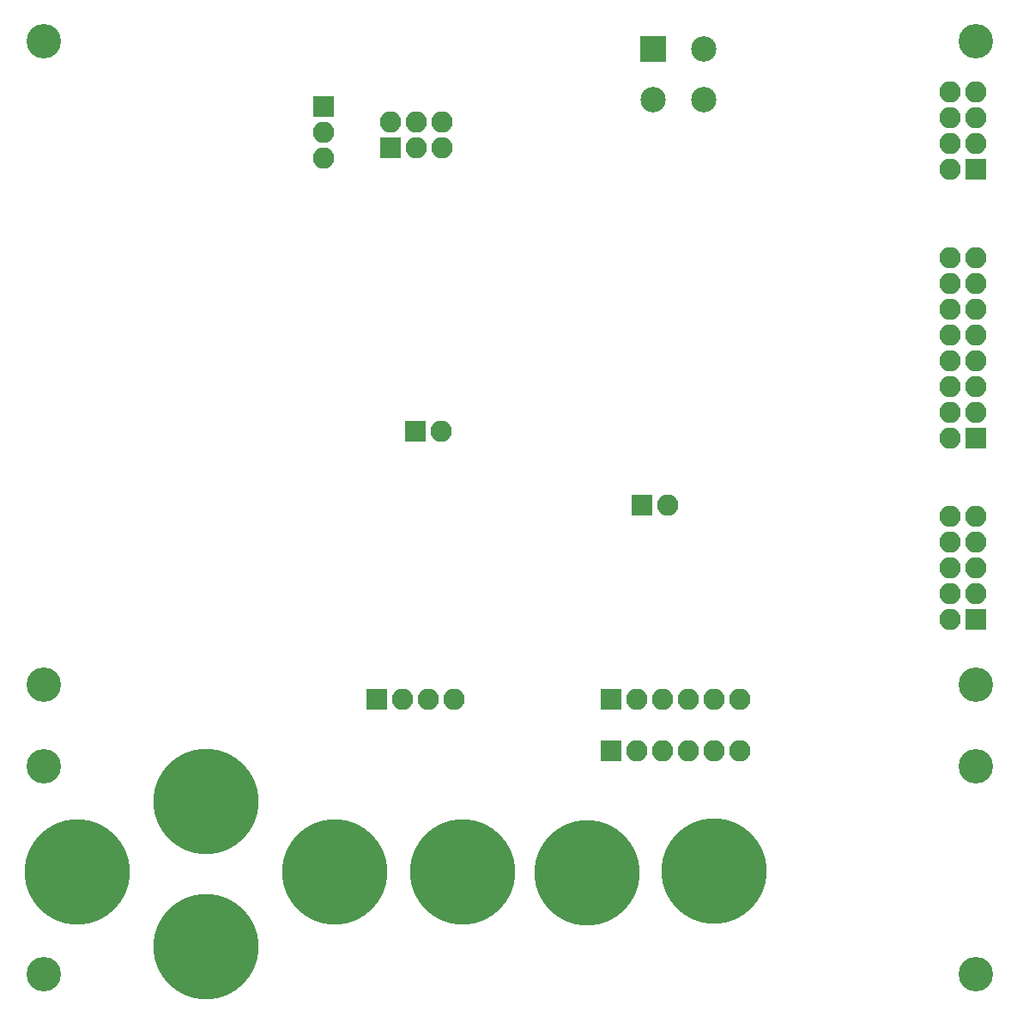
<source format=gbs>
G04 #@! TF.GenerationSoftware,KiCad,Pcbnew,(5.0.0)*
G04 #@! TF.CreationDate,2018-10-17T18:23:54+02:00*
G04 #@! TF.ProjectId,CameraSystem,43616D65726153797374656D2E6B6963,rev?*
G04 #@! TF.SameCoordinates,Original*
G04 #@! TF.FileFunction,Soldermask,Bot*
G04 #@! TF.FilePolarity,Negative*
%FSLAX46Y46*%
G04 Gerber Fmt 4.6, Leading zero omitted, Abs format (unit mm)*
G04 Created by KiCad (PCBNEW (5.0.0)) date 10/17/18 18:23:54*
%MOMM*%
%LPD*%
G01*
G04 APERTURE LIST*
%ADD10C,3.400000*%
%ADD11O,2.100000X2.100000*%
%ADD12R,2.100000X2.100000*%
%ADD13C,10.400000*%
%ADD14R,2.500000X2.500000*%
%ADD15C,2.500000*%
G04 APERTURE END LIST*
D10*
G04 #@! TO.C,REF\002A\002A*
X24000000Y-87440000D03*
G04 #@! TD*
G04 #@! TO.C,REF\002A\002A*
X24000000Y-95440000D03*
G04 #@! TD*
G04 #@! TO.C,REF\002A\002A*
X24000000Y-116000000D03*
G04 #@! TD*
G04 #@! TO.C,REF\002A\002A*
X116000000Y-116000000D03*
G04 #@! TD*
G04 #@! TO.C,REF\002A\002A*
X116000000Y-95440000D03*
G04 #@! TD*
G04 #@! TO.C,REF\002A\002A*
X116000000Y-87440000D03*
G04 #@! TD*
G04 #@! TO.C,REF\002A\002A*
X116000000Y-24000000D03*
G04 #@! TD*
D11*
G04 #@! TO.C,J12*
X92710000Y-93980000D03*
X90170000Y-93980000D03*
X87630000Y-93980000D03*
X85090000Y-93980000D03*
X82550000Y-93980000D03*
D12*
X80010000Y-93980000D03*
G04 #@! TD*
D13*
G04 #@! TO.C,K2*
X40058340Y-113266220D03*
G04 #@! TD*
D11*
G04 #@! TO.C,J2*
X63296800Y-32004000D03*
X63296800Y-34544000D03*
X60756800Y-32004000D03*
X60756800Y-34544000D03*
X58216800Y-32004000D03*
D12*
X58216800Y-34544000D03*
G04 #@! TD*
G04 #@! TO.C,J3*
X83007200Y-69697600D03*
D11*
X85547200Y-69697600D03*
G04 #@! TD*
G04 #@! TO.C,J4*
X51663600Y-35560000D03*
X51663600Y-33020000D03*
D12*
X51663600Y-30480000D03*
G04 #@! TD*
D11*
G04 #@! TO.C,J5*
X63195200Y-62484000D03*
D12*
X60655200Y-62484000D03*
G04 #@! TD*
G04 #@! TO.C,J11*
X80000000Y-88900000D03*
D11*
X82540000Y-88900000D03*
X85080000Y-88900000D03*
X87620000Y-88900000D03*
X90160000Y-88900000D03*
X92700000Y-88900000D03*
G04 #@! TD*
G04 #@! TO.C,J14*
X113460000Y-70840000D03*
X116000000Y-70840000D03*
X113460000Y-73380000D03*
X116000000Y-73380000D03*
X113460000Y-75920000D03*
X116000000Y-75920000D03*
X113460000Y-78460000D03*
X116000000Y-78460000D03*
X113460000Y-81000000D03*
D12*
X116000000Y-81000000D03*
G04 #@! TD*
D13*
G04 #@! TO.C,K1*
X90167460Y-105803700D03*
G04 #@! TD*
G04 #@! TO.C,K3*
X27294840Y-105883540D03*
G04 #@! TD*
G04 #@! TO.C,K4*
X40040560Y-98953320D03*
G04 #@! TD*
G04 #@! TO.C,K5*
X52740560Y-105859580D03*
G04 #@! TD*
G04 #@! TO.C,K6*
X65364360Y-105859580D03*
G04 #@! TD*
G04 #@! TO.C,K7*
X77599540Y-105986580D03*
G04 #@! TD*
D14*
G04 #@! TO.C,S1*
X84124800Y-24790400D03*
D15*
X89124800Y-29790400D03*
X89124800Y-24790400D03*
X84124800Y-29790400D03*
G04 #@! TD*
D11*
G04 #@! TO.C,U9*
X64516000Y-88900000D03*
X61976000Y-88900000D03*
X59436000Y-88900000D03*
D12*
X56896000Y-88900000D03*
G04 #@! TD*
D11*
G04 #@! TO.C,U4*
X113460000Y-29044400D03*
X116000000Y-29044400D03*
X113460000Y-31584400D03*
X116000000Y-31584400D03*
X113460000Y-34124400D03*
X116000000Y-34124400D03*
X113460000Y-36664400D03*
D12*
X116000000Y-36664400D03*
G04 #@! TD*
D11*
G04 #@! TO.C,U6*
X113460000Y-45313600D03*
X116000000Y-45313600D03*
X113460000Y-47853600D03*
X116000000Y-47853600D03*
X113460000Y-50393600D03*
X116000000Y-50393600D03*
X113460000Y-52933600D03*
X116000000Y-52933600D03*
X113460000Y-55473600D03*
X116000000Y-55473600D03*
X113460000Y-58013600D03*
X116000000Y-58013600D03*
X113460000Y-60553600D03*
X116000000Y-60553600D03*
X113460000Y-63093600D03*
D12*
X116000000Y-63093600D03*
G04 #@! TD*
D10*
G04 #@! TO.C,REF\002A\002A*
X24000000Y-24000000D03*
G04 #@! TD*
M02*

</source>
